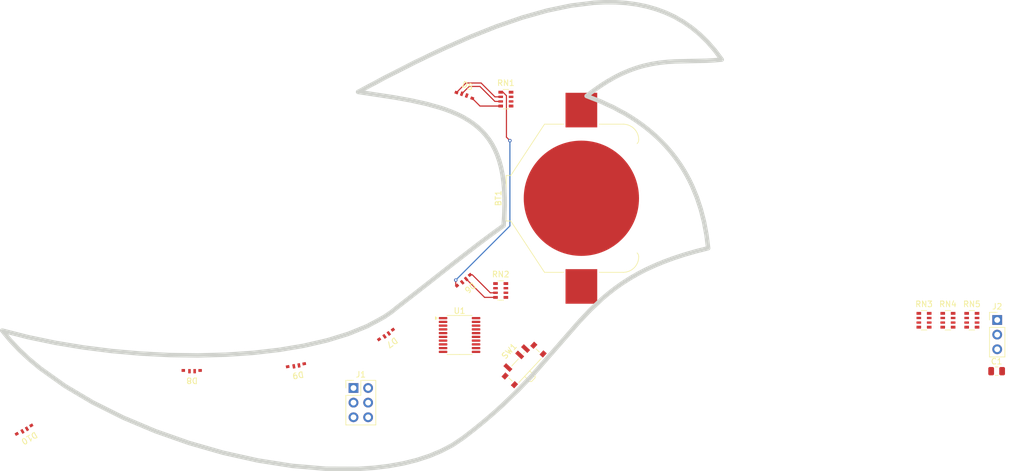
<source format=kicad_pcb>
(kicad_pcb (version 20240108) (generator "pcbnew") (generator_version "8.0")
  (layers (0 "F.Cu" signal) (31 "B.Cu" signal) (34 "B.Paste" user) (35 "F.Paste" user) (36 "B.SilkS" user "B.Silkscreen") (37 "F.SilkS" user "F.Silkscreen") (38 "B.Mask" user) (39 "F.Mask" user) (44 "Edge.Cuts" user))
  (net 0 "")
  (net 1 "Net-(BT1-+)")
  (net 2 "VSS")
  (net 3 "VCC")
  (net 4 "Net-(D5-G)")
  (net 5 "Net-(D5-B)")
  (net 6 "Net-(D5-R)")
  (net 7 "Net-(D6-R)")
  (net 8 "Net-(D6-B)")
  (net 9 "Net-(D6-G)")
  (net 10 "Net-(D7-B)")
  (net 11 "Net-(D7-G)")
  (net 12 "Net-(D7-R)")
  (net 13 "Net-(D8-B)")
  (net 14 "Net-(D8-R)")
  (net 15 "Net-(D8-G)")
  (net 16 "Net-(D9-R)")
  (net 17 "Net-(D9-G)")
  (net 19 "Net-(D9-B)")
  (net 20 "Net-(D10-G)")
  (net 21 "Net-(D10-R)")
  (net 22 "Net-(D10-B)")
  (net 28 "P")
  (net 29 "C")
  (net 30 "B")
  (net 31 "A")
  (net 32 "D")
  (net 33 "E")
  (net 34 "H")
  (net 35 "G")
  (net 36 "F")
  (net 37 "J")
  (net 38 "K")
  (net 39 "L")
  (net 40 "I")
  (net 41 "N")
  (net 42 "O")
  (net 43 "M")
  (net 48 "Q")
  (net 49 "R")
  (footprint "Cob:FM-3510RGBA" (layer "F.Cu") (at 76.222789 119.900241 -150)
    (property "Reference" "D10" (at -0.000001 -1.999998 -150) (layer "F.SilkS"))
    (property "Value" "APFA3010")
    (pad "1" smd rect (at 1.520001 -0.25 210) (size 0.6 0.5) (layers "F.Cu" "F.Paste" "F.Mask") (net 21 "Net-(D10-R)"))
    (pad "2" smd rect (at 0.45 -0.374999 210) (size 0.44 0.75) (layers "F.Cu" "F.Paste" "F.Mask"))
    (pad "3" smd rect (at -0.45 -0.374999 210) (size 0.44 0.75) (layers "F.Cu" "F.Paste" "F.Mask") (net 20 "Net-(D10-G)"))
    (pad "4" smd rect (at -1.400001 -0.250001 210) (size 0.6 0.5) (layers "F.Cu" "F.Paste" "F.Mask") (net 22 "Net-(D10-B)"))
  )
  (footprint "Cob:FM-3510RGBA" (layer "F.Cu") (at 152.55 62.375 -20)
    (property "Reference" "D5" (at 0 -2 -20) (layer "F.SilkS"))
    (property "Value" "APFA3010")
    (pad "1" smd rect (at 1.52 -0.25 340) (size 0.6 0.5) (layers "F.Cu" "F.Paste" "F.Mask") (net 6 "Net-(D5-R)"))
    (pad "2" smd rect (at 0.45 -0.374999 340) (size 0.44 0.75) (layers "F.Cu" "F.Paste" "F.Mask") (net 2 "VSS"))
    (pad "3" smd rect (at -0.45 -0.374999 340) (size 0.44 0.75) (layers "F.Cu" "F.Paste" "F.Mask") (net 4 "Net-(D5-G)"))
    (pad "4" smd rect (at -1.400001 -0.25 340) (size 0.6 0.5) (layers "F.Cu" "F.Paste" "F.Mask") (net 5 "Net-(D5-B)"))
  )
  (footprint "Connector_PinHeader_2.54mm:PinHeader_1x03_P2.54mm_Vertical" (layer "F.Cu") (at 245.15 101.12)
    (property "Reference" "J2" (at 0 -2.33 0) (layer "F.SilkS"))
    (property "Value" "Conn_01x03")
    (fp_line (start -1.33 -1.33) (end 0 -1.33) (stroke (width 0.12)) (layer "F.SilkS"))
    (fp_line (start -1.33 0) (end -1.33 -1.33) (stroke (width 0.12)) (layer "F.SilkS"))
    (fp_line (start -1.33 1.27) (end -1.33 6.41) (stroke (width 0.12)) (layer "F.SilkS"))
    (fp_line (start -1.33 1.27) (end 1.33 1.27) (stroke (width 0.12)) (layer "F.SilkS"))
    (fp_line (start -1.33 6.41) (end 1.33 6.41) (stroke (width 0.12)) (layer "F.SilkS"))
    (fp_line (start 1.33 1.27) (end 1.33 6.41) (stroke (width 0.12)) (layer "F.SilkS"))
    (pad "1" thru_hole rect (at 0 0) (size 1.7 1.7) (drill 1) (layers "*.Cu" "*.Mask") (net 3 "VCC"))
    (pad "2" thru_hole oval (at 0 2.54) (size 1.7 1.7) (drill 1) (layers "*.Cu" "*.Mask") (net 28 "P"))
    (pad "3" thru_hole oval (at 0 5.08) (size 1.7 1.7) (drill 1) (layers "*.Cu" "*.Mask") (net 2 "VSS"))
  )
  (footprint "Resistor_SMD:R_Array_Convex_4x0603" (layer "F.Cu") (at 232.45 101.17)
    (property "Reference" "RN3" (at 0 -2.8 0) (layer "F.SilkS"))
    (property "Value" "R_Pack04")
    (fp_line (start 0.5 -1.68) (end -0.5 -1.68) (stroke (width 0.12)) (layer "F.SilkS"))
    (fp_line (start 0.5 1.68) (end -0.5 1.68) (stroke (width 0.12)) (layer "F.SilkS"))
    (pad "1" smd rect (at -0.9 -1.2) (size 0.8 0.5) (layers "F.Cu" "F.Paste" "F.Mask") (net 39 "L"))
    (pad "2" smd rect (at -0.9 -0.4) (size 0.8 0.4) (layers "F.Cu" "F.Paste" "F.Mask") (net 38 "K"))
    (pad "3" smd rect (at -0.9 0.4) (size 0.8 0.4) (layers "F.Cu" "F.Paste" "F.Mask") (net 37 "J"))
    (pad "4" smd rect (at -0.9 1.2) (size 0.8 0.5) (layers "F.Cu" "F.Paste" "F.Mask") (net 40 "I"))
    (pad "5" smd rect (at 0.9 1.2) (size 0.8 0.5) (layers "F.Cu" "F.Paste" "F.Mask") (net 10 "Net-(D7-B)"))
    (pad "6" smd rect (at 0.9 0.4) (size 0.8 0.4) (layers "F.Cu" "F.Paste" "F.Mask") (net 14 "Net-(D8-R)"))
    (pad "7" smd rect (at 0.9 -0.4) (size 0.8 0.4) (layers "F.Cu" "F.Paste" "F.Mask") (net 15 "Net-(D8-G)"))
    (pad "8" smd rect (at 0.9 -1.2) (size 0.8 0.5) (layers "F.Cu" "F.Paste" "F.Mask") (net 13 "Net-(D8-B)"))
  )
  (footprint "Cob:FM-3510RGBA" (layer "F.Cu") (at 152.423479 94.001988 -140)
    (property "Reference" "D6" (at -0.000001 -1.999998 -140) (layer "F.SilkS"))
    (property "Value" "APFA3010")
    (pad "1" smd rect (at 1.520001 -0.25 220) (size 0.6 0.5) (layers "F.Cu" "F.Paste" "F.Mask") (net 7 "Net-(D6-R)"))
    (pad "2" smd rect (at 0.45 -0.375 220) (size 0.44 0.75) (layers "F.Cu" "F.Paste" "F.Mask") (net 2 "VSS"))
    (pad "3" smd rect (at -0.45 -0.375 220) (size 0.44 0.75) (layers "F.Cu" "F.Paste" "F.Mask") (net 9 "Net-(D6-G)"))
    (pad "4" smd rect (at -1.4 -0.250001 220) (size 0.6 0.5) (layers "F.Cu" "F.Paste" "F.Mask") (net 8 "Net-(D6-B)"))
  )
  (footprint "Cob:FM-3510RGBA" (layer "F.Cu") (at 139 103.4 -145)
    (property "Reference" "D7" (at 0 -1.999999 -145) (layer "F.SilkS"))
    (property "Value" "APFA3010")
    (pad "1" smd rect (at 1.52 -0.25 215) (size 0.6 0.5) (layers "F.Cu" "F.Paste" "F.Mask") (net 12 "Net-(D7-R)"))
    (pad "2" smd rect (at 0.45 -0.374998 215) (size 0.44 0.75) (layers "F.Cu" "F.Paste" "F.Mask") (net 2 "VSS"))
    (pad "3" smd rect (at -0.45 -0.374998 215) (size 0.44 0.75) (layers "F.Cu" "F.Paste" "F.Mask") (net 11 "Net-(D7-G)"))
    (pad "4" smd rect (at -1.4 -0.25 215) (size 0.6 0.5) (layers "F.Cu" "F.Paste" "F.Mask") (net 10 "Net-(D7-B)"))
  )
  (footprint "Resistor_SMD:R_Array_Convex_4x0603" (layer "F.Cu") (at 159 96)
    (property "Reference" "RN2" (at 0 -2.8 360) (layer "F.SilkS"))
    (property "Value" "R_Pack04")
    (fp_line (start 0.5 -1.68) (end -0.5 -1.68) (stroke (width 0.12)) (layer "F.SilkS"))
    (fp_line (start 0.5 1.68) (end -0.5 1.68) (stroke (width 0.12)) (layer "F.SilkS"))
    (pad "1" smd rect (at -0.9 -1.2) (size 0.8 0.5) (layers "F.Cu" "F.Paste" "F.Mask") (net 11 "Net-(D7-G)"))
    (pad "2" smd rect (at -0.9 -0.4) (size 0.8 0.4) (layers "F.Cu" "F.Paste" "F.Mask") (net 12 "Net-(D7-R)"))
    (pad "3" smd rect (at -0.9 0.4) (size 0.8 0.4) (layers "F.Cu" "F.Paste" "F.Mask") (net 8 "Net-(D6-B)"))
    (pad "4" smd rect (at -0.9 1.2) (size 0.8 0.5) (layers "F.Cu" "F.Paste" "F.Mask") (net 9 "Net-(D6-G)"))
    (pad "5" smd rect (at 0.9 1.2) (size 0.8 0.5) (layers "F.Cu" "F.Paste" "F.Mask") (net 33 "E"))
    (pad "6" smd rect (at 0.9 0.4) (size 0.8 0.4) (layers "F.Cu" "F.Paste" "F.Mask") (net 36 "F"))
    (pad "7" smd rect (at 0.9 -0.4) (size 0.8 0.4) (layers "F.Cu" "F.Paste" "F.Mask") (net 35 "G"))
    (pad "8" smd rect (at 0.9 -1.2) (size 0.8 0.5) (layers "F.Cu" "F.Paste" "F.Mask") (net 34 "H"))
  )
  (footprint "Battery:BatteryHolder_Keystone_3008_1x2450" (layer "F.Cu") (at 173 80 90)
    (property "Reference" "BT1" (at 0 -14.4 90) (layer "F.SilkS"))
    (property "Value" "Battery_Cell")
    (fp_line (start 3.95 -13.05) (end 3.95 -12.25) (stroke (width 0.12)) (layer "F.SilkS"))
    (fp_line (start -3.95 -13.05) (end 3.95 -13.05) (stroke (width 0.12)) (layer "F.SilkS"))
    (fp_line (start -3.95 -13.05) (end -3.95 -12.25) (stroke (width 0.12)) (layer "F.SilkS"))
    (fp_line (start 3.95 -12.25) (end 12.85 -6.4) (stroke (width 0.12)) (layer "F.SilkS"))
    (fp_line (start -3.95 -12.25) (end -12.85 -6.4) (stroke (width 0.12)) (layer "F.SilkS"))
    (fp_line (start 12.85 -6.4) (end 12.85 -3.1) (stroke (width 0.12)) (layer "F.SilkS"))
    (fp_line (start -12.85 -6.4) (end -12.85 -3.1) (stroke (width 0.12)) (layer "F.SilkS"))
    (fp_line (start 12.85 3.1) (end 12.85 7.3) (stroke (width 0.12)) (layer "F.SilkS"))
    (fp_line (start -12.85 3.1) (end -12.85 7.3) (stroke (width 0.12)) (layer "F.SilkS"))
    (fp_arc (start 12.85 7.25) (mid 12.059188 9.159188) (end 10.15 9.95) (stroke (width 0.12)) (layer "F.SilkS"))
    (fp_arc (start -9.478249 9.671751) (mid -9.786451 9.877685) (end -10.15 9.95) (stroke (width 0.12)) (layer "F.SilkS"))
    (fp_arc (start 10.15 9.95) (mid 9.786451 9.877686) (end 9.478249 9.671751) (stroke (width 0.12)) (layer "F.SilkS"))
    (fp_arc (start -10.15 9.95) (mid -12.059188 9.159188) (end -12.85 7.25) (stroke (width 0.12)) (layer "F.SilkS"))
    (pad "1" smd rect (at -15.3 0 90) (size 6 5.5) (layers "F.Cu" "F.Paste" "F.Mask") (net 1 "Net-(BT1-+)"))
    (pad "1" smd rect (at 15.3 0 90) (size 6 5.5) (layers "F.Cu" "F.Paste" "F.Mask") (net 1 "Net-(BT1-+)"))
    (pad "2" smd circle (at 0 0 90) (size 20 20) (layers "F.Cu" "F.Mask") (net 2 "VSS"))
  )
  (footprint "Connector_PinHeader_2.54mm:PinHeader_2x03_P2.54mm_Vertical" (layer "F.Cu") (at 133.46 112.92)
    (property "Reference" "J1" (at 1.27 -2.33 360) (layer "F.SilkS"))
    (property "Value" "Conn_02x03_Odd_Even")
    (fp_line (start -1.33 -1.33) (end 0 -1.33) (stroke (width 0.12)) (layer "F.SilkS"))
    (fp_line (start -1.33 0) (end -1.33 -1.33) (stroke (width 0.12)) (layer "F.SilkS"))
    (fp_line (start -1.33 1.27) (end -1.33 6.41) (stroke (width 0.12)) (layer "F.SilkS"))
    (fp_line (start -1.33 1.27) (end 1.27 1.27) (stroke (width 0.12)) (layer "F.SilkS"))
    (fp_line (start -1.33 6.41) (end 3.87 6.41) (stroke (width 0.12)) (layer "F.SilkS"))
    (fp_line (start 1.27 -1.33) (end 3.87 -1.33) (stroke (width 0.12)) (layer "F.SilkS"))
    (fp_line (start 1.27 1.27) (end 1.27 -1.33) (stroke (width 0.12)) (layer "F.SilkS"))
    (fp_line (start 3.87 -1.33) (end 3.87 6.41) (stroke (width 0.12)) (layer "F.SilkS"))
    (pad "1" thru_hole rect (at 0 0) (size 1.7 1.7) (drill 1) (layers "*.Cu" "*.Mask") (net 3 "VCC"))
    (pad "2" thru_hole oval (at 2.54 0) (size 1.7 1.7) (drill 1) (layers "*.Cu" "*.Mask") (net 2 "VSS"))
    (pad "3" thru_hole oval (at 0 2.54) (size 1.7 1.7) (drill 1) (layers "*.Cu" "*.Mask"))
    (pad "4" thru_hole oval (at 2.54 2.54) (size 1.7 1.7) (drill 1) (layers "*.Cu" "*.Mask"))
    (pad "5" thru_hole oval (at 0 5.08) (size 1.7 1.7) (drill 1) (layers "*.Cu" "*.Mask"))
    (pad "6" thru_hole oval (at 2.54 5.08) (size 1.7 1.7) (drill 1) (layers "*.Cu" "*.Mask"))
  )
  (footprint "Resistor_SMD:R_Array_Convex_4x0603" (layer "F.Cu") (at 240.75 101.17)
    (property "Reference" "RN5" (at 0 -2.8 0) (layer "F.SilkS"))
    (property "Value" "R_Pack04")
    (fp_line (start 0.5 -1.68) (end -0.5 -1.68) (stroke (width 0.12)) (layer "F.SilkS"))
    (fp_line (start 0.5 1.68) (end -0.5 1.68) (stroke (width 0.12)) (layer "F.SilkS"))
    (pad "1" smd rect (at -0.9 -1.2) (size 0.8 0.5) (layers "F.Cu" "F.Paste" "F.Mask"))
    (pad "2" smd rect (at -0.9 -0.4) (size 0.8 0.4) (layers "F.Cu" "F.Paste" "F.Mask"))
    (pad "3" smd rect (at -0.9 0.4) (size 0.8 0.4) (layers "F.Cu" "F.Paste" "F.Mask") (net 49 "R"))
    (pad "4" smd rect (at -0.9 1.2) (size 0.8 0.5) (layers "F.Cu" "F.Paste" "F.Mask") (net 48 "Q"))
    (pad "5" smd rect (at 0.9 1.2) (size 0.8 0.5) (layers "F.Cu" "F.Paste" "F.Mask") (net 20 "Net-(D10-G)"))
    (pad "6" smd rect (at 0.9 0.4) (size 0.8 0.4) (layers "F.Cu" "F.Paste" "F.Mask") (net 22 "Net-(D10-B)"))
    (pad "7" smd rect (at 0.9 -0.4) (size 0.8 0.4) (layers "F.Cu" "F.Paste" "F.Mask"))
    (pad "8" smd rect (at 0.9 -1.2) (size 0.8 0.5) (layers "F.Cu" "F.Paste" "F.Mask"))
  )
  (footprint "Resistor_SMD:R_Array_Convex_4x0603" (layer "F.Cu") (at 159.9 62.8)
    (property "Reference" "RN1" (at 0 -2.8 360) (layer "F.SilkS"))
    (property "Value" "R_Pack04")
    (fp_line (start 0.5 -1.68) (end -0.5 -1.68) (stroke (width 0.12)) (layer "F.SilkS"))
    (fp_line (start 0.5 1.68) (end -0.5 1.68) (stroke (width 0.12)) (layer "F.SilkS"))
    (pad "1" smd rect (at -0.9 -1.2) (size 0.8 0.5) (layers "F.Cu" "F.Paste" "F.Mask") (net 7 "Net-(D6-R)"))
    (pad "2" smd rect (at -0.9 -0.4) (size 0.8 0.4) (layers "F.Cu" "F.Paste" "F.Mask") (net 5 "Net-(D5-B)"))
    (pad "3" smd rect (at -0.9 0.4) (size 0.8 0.4) (layers "F.Cu" "F.Paste" "F.Mask") (net 4 "Net-(D5-G)"))
    (pad "4" smd rect (at -0.9 1.2) (size 0.8 0.5) (layers "F.Cu" "F.Paste" "F.Mask") (net 6 "Net-(D5-R)"))
    (pad "5" smd rect (at 0.9 1.2) (size 0.8 0.5) (layers "F.Cu" "F.Paste" "F.Mask") (net 31 "A"))
    (pad "6" smd rect (at 0.9 0.4) (size 0.8 0.4) (layers "F.Cu" "F.Paste" "F.Mask") (net 30 "B"))
    (pad "7" smd rect (at 0.9 -0.4) (size 0.8 0.4) (layers "F.Cu" "F.Paste" "F.Mask") (net 29 "C"))
    (pad "8" smd rect (at 0.9 -1.2) (size 0.8 0.5) (layers "F.Cu" "F.Paste" "F.Mask") (net 32 "D"))
  )
  (footprint "Capacitor_SMD:C_0805_2012Metric" (layer "F.Cu") (at 245.05 110)
    (property "Reference" "C1" (at 0 -1.68 0) (layer "F.SilkS"))
    (property "Value" "C_Small")
    (fp_line (start -0.261252 -0.735) (end 0.261252 -0.735) (stroke (width 0.12)) (layer "F.SilkS"))
    (fp_line (start -0.261252 0.735) (end 0.261252 0.735) (stroke (width 0.12)) (layer "F.SilkS"))
    (pad "1" smd roundrect (at -0.95 0) (size 1 1.45) (layers "F.Cu" "F.Paste" "F.Mask") (net 2 "VSS"))
    (pad "2" smd roundrect (at 0.95 0) (size 1 1.45) (layers "F.Cu" "F.Paste" "F.Mask") (net 3 "VCC"))
  )
  (footprint "Cob:FM-3510RGBA" (layer "F.Cu") (at 105.45 109.625 180)
    (property "Reference" "D8" (at 0 -2 180) (layer "F.SilkS"))
    (property "Value" "APFA3010")
    (pad "1" smd rect (at 1.52 -0.25 180) (size 0.6 0.5) (layers "F.Cu" "F.Paste" "F.Mask") (net 14 "Net-(D8-R)"))
    (pad "2" smd rect (at 0.45 -0.375 180) (size 0.44 0.75) (layers "F.Cu" "F.Paste" "F.Mask") (net 2 "VSS"))
    (pad "3" smd rect (at -0.45 -0.375 180) (size 0.44 0.75) (layers "F.Cu" "F.Paste" "F.Mask") (net 15 "Net-(D8-G)"))
    (pad "4" smd rect (at -1.4 -0.25 180) (size 0.6 0.5) (layers "F.Cu" "F.Paste" "F.Mask") (net 13 "Net-(D8-B)"))
  )
  (footprint "Button_Switch_SMD:SW_SPDT_PCM12" (layer "F.Cu") (at 162.827315 108.705995 47)
    (property "Reference" "SW1" (at 0 -3.2 47) (layer "F.SilkS"))
    (property "Value" "SW_SPDT")
    (fp_line (start -3.45 -0.07) (end -3.45 0.72) (stroke (width 0.12)) (layer "F.SilkS"))
    (fp_line (start -1.6 -1.120001) (end 0.099999 -1.12) (stroke (width 0.12)) (layer "F.SilkS"))
    (fp_line (start -2.85 1.729999) (end 2.85 1.73) (stroke (width 0.12)) (layer "F.SilkS"))
    (fp_line (start 1.399999 -1.12) (end 1.6 -1.12) (stroke (width 0.12)) (layer "F.SilkS"))
    (fp_line (start -1.4 1.73) (end -1.4 3.019999) (stroke (width 0.12)) (layer "F.SilkS"))
    (fp_line (start -1.4 3.019999) (end -1.2 3.23) (stroke (width 0.12)) (layer "F.SilkS"))
    (fp_line (start -1.2 3.23) (end -0.3 3.23) (stroke (width 0.12)) (layer "F.SilkS"))
    (fp_line (start -0.099999 3.02) (end -0.1 1.73) (stroke (width 0.12)) (layer "F.SilkS"))
    (fp_line (start -0.099999 3.02) (end -0.3 3.23) (stroke (width 0.12)) (layer "F.SilkS"))
    (fp_line (start 3.45 0.72) (end 3.450001 -0.07) (stroke (width 0.12)) (layer "F.SilkS"))
    (pad "" smd rect (at -3.65 -0.78 47) (size 1 0.8) (layers "F.Cu" "F.Paste" "F.Mask"))
    (pad "" smd rect (at -3.649999 1.43 47) (size 1 0.8) (layers "F.Cu" "F.Paste" "F.Mask"))
    (pad "" np_thru_hole circle (at -1.499999 0.330001 47) (size 0.9 0.9) (drill 0.9) (layers "*.Cu" "*.Mask"))
    (pad "" np_thru_hole circle (at 1.5 0.33 47) (size 0.9 0.9) (drill 0.9) (layers "*.Cu" "*.Mask"))
    (pad "" smd rect (at 3.65 -0.78 47) (size 1 0.8) (layers "F.Cu" "F.Paste" "F.Mask"))
    (pad "" smd rect (at 3.650001 1.43 47) (size 1 0.8) (layers "F.Cu" "F.Paste" "F.Mask"))
    (pad "1" smd rect (at -2.250001 -1.429999 47) (size 0.7 1.5) (layers "F.Cu" "F.Paste" "F.Mask") (net 3 "VCC"))
    (pad "2" smd rect (at 0.75 -1.430001 47) (size 0.7 1.5) (layers "F.Cu" "F.Paste" "F.Mask") (net 1 "Net-(BT1-+)"))
    (pad "3" smd rect (at 2.25 -1.429999 47) (size 0.7 1.5) (layers "F.Cu" "F.Paste" "F.Mask"))
  )
  (footprint "Cob:FM-3510RGBA" (layer "F.Cu") (at 123.491718 108.708839 -170)
    (property "Reference" "D9" (at 0 -1.999999 -170) (layer "F.SilkS"))
    (property "Value" "APFA3010")
    (pad "1" smd rect (at 1.52 -0.25 190) (size 0.6 0.5) (layers "F.Cu" "F.Paste" "F.Mask") (net 16 "Net-(D9-R)"))
    (pad "2" smd rect (at 0.449999 -0.374999 190) (size 0.44 0.75) (layers "F.Cu" "F.Paste" "F.Mask"))
    (pad "3" smd rect (at -0.45 -0.375 190) (size 0.44 0.75) (layers "F.Cu" "F.Paste" "F.Mask") (net 17 "Net-(D9-G)"))
    (pad "4" smd rect (at -1.4 -0.250001 190) (size 0.6 0.5) (layers "F.Cu" "F.Paste" "F.Mask") (net 19 "Net-(D9-B)"))
  )
  (footprint "Package_SO:TSSOP-20_4.4x6.5mm_P0.65mm" (layer "F.Cu") (at 151.8625 103.725)
    (property "Reference" "U1" (at 0 -4.2 0) (layer "F.SilkS"))
    (property "Value" "CH32V003FxPx")
    (fp_line (start 0 -3.385) (end -2.2 -3.385) (stroke (width 0.12)) (layer "F.SilkS"))
    (fp_line (start 0 -3.385) (end 2.2 -3.385) (stroke (width 0.12)) (layer "F.SilkS"))
    (fp_line (start 0 3.385) (end -2.2 3.385) (stroke (width 0.12)) (layer "F.SilkS"))
    (fp_line (start 0 3.385) (end 2.2 3.385) (stroke (width 0.12)) (layer "F.SilkS"))
    (fp_poly (pts (xy -3.86 -2.925) (xy -4.19 -3.165) (xy -4.19 -2.685) (xy -3.86 -2.925)) (stroke (width 0.12)) (fill solid) (layer "F.SilkS"))
    (pad "1" smd roundrect (at -2.8625 -2.925) (size 1.475 0.4) (layers "F.Cu" "F.Paste" "F.Mask") (net 31 "A"))
    (pad "2" smd roundrect (at -2.8625 -2.275) (size 1.475 0.4) (layers "F.Cu" "F.Paste" "F.Mask") (net 30 "B"))
    (pad "3" smd roundrect (at -2.8625 -1.625) (size 1.475 0.4) (layers "F.Cu" "F.Paste" "F.Mask") (net 29 "C"))
    (pad "4" smd roundrect (at -2.8625 -0.975) (size 1.475 0.4) (layers "F.Cu" "F.Paste" "F.Mask") (net 32 "D"))
    (pad "5" smd roundrect (at -2.8625 -0.325) (size 1.475 0.4) (layers "F.Cu" "F.Paste" "F.Mask") (net 33 "E"))
    (pad "6" smd roundrect (at -2.8625 0.325) (size 1.475 0.4) (layers "F.Cu" "F.Paste" "F.Mask") (net 36 "F"))
    (pad "7" smd roundrect (at -2.8625 0.975) (size 1.475 0.4) (layers "F.Cu" "F.Paste" "F.Mask") (net 2 "VSS"))
    (pad "8" smd roundrect (at -2.8625 1.625) (size 1.475 0.4) (layers "F.Cu" "F.Paste" "F.Mask") (net 35 "G"))
    (pad "9" smd roundrect (at -2.8625 2.275) (size 1.475 0.4) (layers "F.Cu" "F.Paste" "F.Mask") (net 3 "VCC"))
    (pad "10" smd roundrect (at -2.8625 2.925) (size 1.475 0.4) (layers "F.Cu" "F.Paste" "F.Mask") (net 34 "H"))
    (pad "11" smd roundrect (at 2.8625 2.925) (size 1.475 0.4) (layers "F.Cu" "F.Paste" "F.Mask") (net 40 "I"))
    (pad "12" smd roundrect (at 2.8625 2.275) (size 1.475 0.4) (layers "F.Cu" "F.Paste" "F.Mask") (net 37 "J"))
    (pad "13" smd roundrect (at 2.8625 1.625) (size 1.475 0.4) (layers "F.Cu" "F.Paste" "F.Mask") (net 38 "K"))
    (pad "14" smd roundrect (at 2.8625 0.975) (size 1.475 0.4) (layers "F.Cu" "F.Paste" "F.Mask") (net 39 "L"))
    (pad "15" smd roundrect (at 2.8625 0.325) (size 1.475 0.4) (layers "F.Cu" "F.Paste" "F.Mask") (net 43 "M"))
    (pad "16" smd roundrect (at 2.8625 -0.325) (size 1.475 0.4) (layers "F.Cu" "F.Paste" "F.Mask") (net 41 "N"))
    (pad "17" smd roundrect (at 2.8625 -0.975) (size 1.475 0.4) (layers "F.Cu" "F.Paste" "F.Mask") (net 42 "O"))
    (pad "18" smd roundrect (at 2.8625 -1.625) (size 1.475 0.4) (layers "F.Cu" "F.Paste" "F.Mask") (net 28 "P"))
    (pad "19" smd roundrect (at 2.8625 -2.275) (size 1.475 0.4) (layers "F.Cu" "F.Paste" "F.Mask") (net 48 "Q"))
    (pad "20" smd roundrect (at 2.8625 -2.925) (size 1.475 0.4) (layers "F.Cu" "F.Paste" "F.Mask") (net 49 "R"))
  )
  (footprint "Resistor_SMD:R_Array_Convex_4x0603" (layer "F.Cu") (at 236.6 101.17)
    (property "Reference" "RN4" (at 0 -2.8 0) (layer "F.SilkS"))
    (property "Value" "R_Pack04")
    (fp_line (start 0.5 -1.68) (end -0.5 -1.68) (stroke (width 0.12)) (layer "F.SilkS"))
    (fp_line (start 0.5 1.68) (end -0.5 1.68) (stroke (width 0.12)) (layer "F.SilkS"))
    (pad "1" smd rect (at -0.9 -1.2) (size 0.8 0.5) (layers "F.Cu" "F.Paste" "F.Mask") (net 28 "P"))
    (pad "2" smd rect (at -0.9 -0.4) (size 0.8 0.4) (layers "F.Cu" "F.Paste" "F.Mask") (net 42 "O"))
    (pad "3" smd rect (at -0.9 0.4) (size 0.8 0.4) (layers "F.Cu" "F.Paste" "F.Mask") (net 41 "N"))
    (pad "4" smd rect (at -0.9 1.2) (size 0.8 0.5) (layers "F.Cu" "F.Paste" "F.Mask") (net 43 "M"))
    (pad "5" smd rect (at 0.9 1.2) (size 0.8 0.5) (layers "F.Cu" "F.Paste" "F.Mask") (net 16 "Net-(D9-R)"))
    (pad "6" smd rect (at 0.9 0.4) (size 0.8 0.4) (layers "F.Cu" "F.Paste" "F.Mask") (net 17 "Net-(D9-G)"))
    (pad "7" smd rect (at 0.9 -0.4) (size 0.8 0.4) (layers "F.Cu" "F.Paste" "F.Mask") (net 19 "Net-(D9-B)"))
    (pad "8" smd rect (at 0.9 -1.2) (size 0.8 0.5) (layers "F.Cu" "F.Paste" "F.Mask") (net 21 "Net-(D10-R)"))
  )
  (gr_poly (pts (xy 179 46) (xy 180.835357 46.124986) (xy 182.620507 46.364716) (xy 184.353824 46.723118) (xy 186.033681 47.204118) (xy 187.658451 47.811643) (xy 189.226508 48.54962) (xy 190.736226 49.421977) (xy 192.185977 50.432639) (xy 193.574136 51.585533) (xy 194.899075 52.884588) (xy 196.159169 54.333729) (xy 197.35279 55.936883) (xy 195.983362 56.06788) (xy 194.635044 56.141052) (xy 191.972632 56.19365) (xy 189.307341 56.254135) (xy 187.955424 56.337167) (xy 186.580957 56.481968) (xy 185.176663 56.708472) (xy 183.735266 57.036609) (xy 182.99838 57.24502) (xy 182.249489 57.486314) (xy 181.487684 57.762982) (xy 180.712054 58.077517) (xy 179.921692 58.43241) (xy 179.115687 58.830153) (xy 178.293129 59.273236) (xy 177.453109 59.764152) (xy 176.594717 60.305393) (xy 175.717043 60.899449) (xy 174.819179 61.548812) (xy 173.900215 62.255974) (xy 176.302281 63.190953) (xy 178.551783 64.225239) (xy 180.650462 65.358) (xy 181.643785 65.961048) (xy 182.600055 66.588401) (xy 183.519488 67.239956) (xy 184.402303 67.915608) (xy 185.248716 68.615253) (xy 186.058944 69.338786) (xy 186.833206 70.086104) (xy 187.571719 70.857102) (xy 188.274699 71.651676) (xy 188.942365 72.469721) (xy 189.574934 73.311134) (xy 190.172623 74.17581) (xy 190.73565 75.063644) (xy 191.264232 75.974533) (xy 191.758587 76.908372) (xy 192.218932 77.865057) (xy 193.038461 79.846547) (xy 193.724558 81.91817) (xy 194.278964 84.07909) (xy 194.703417 86.328475) (xy 194.999656 88.66549) (xy 192.856416 89.207238) (xy 190.854405 89.783977) (xy 188.984754 90.395349) (xy 187.238591 91.041) (xy 185.607046 91.720573) (xy 184.081248 92.433714) (xy 182.652327 93.180065) (xy 181.311413 93.959272) (xy 180.049634 94.770979) (xy 178.85812 95.614829) (xy 177.728 96.490468) (xy 176.650404 97.397539) (xy 174.617301 99.304556) (xy 172.687847 101.333035) (xy 164.587213 110.604646) (xy 162.111526 113.197744) (xy 159.3137 115.895228) (xy 157.771807 117.282226) (xy 156.122768 118.694253) (xy 154.357711 120.130954) (xy 152.467765 121.591973) (xy 152.467765 121.591958) (xy 150.693508 122.782894) (xy 148.753331 123.816286) (xy 146.659151 124.696449) (xy 144.422889 125.427695) (xy 142.056463 126.014337) (xy 139.571792 126.460689) (xy 136.980794 126.771064) (xy 134.295388 126.949775) (xy 128.689027 126.929458) (xy 122.84806 126.434246) (xy 116.867837 125.498643) (xy 110.843708 124.157157) (xy 104.871022 122.444292) (xy 99.04513 120.394555) (xy 93.461381 118.042452) (xy 88.215126 115.422489) (xy 83.401716 112.569171) (xy 79.116499 109.517006) (xy 77.20176 107.927139) (xy 75.454826 106.300499) (xy 73.887615 104.6414) (xy 72.512046 102.954156) (xy 77.029276 104.105725) (xy 81.737578 105.084121) (xy 86.589497 105.886217) (xy 91.537581 106.508886) (xy 96.534375 106.949003) (xy 101.532426 107.203442) (xy 106.48428 107.269077) (xy 111.342484 107.142781) (xy 116.059584 106.821429) (xy 120.588127 106.301895) (xy 124.880659 105.581052) (xy 128.889727 104.655775) (xy 132.567876 103.522937) (xy 135.867654 102.179413) (xy 138.741607 100.622077) (xy 140.004069 99.762252) (xy 141.14228 98.847802) (xy 146.055032 95.028197) (xy 150.713436 91.36653) (xy 155.176975 87.919128) (xy 157.35426 86.293379) (xy 159.505134 84.742318) (xy 159.619602 83.025204) (xy 159.674557 81.404878) (xy 159.670122 79.878061) (xy 159.606419 78.441478) (xy 159.483569 77.091852) (xy 159.301694 75.825907) (xy 159.060916 74.640365) (xy 158.761357 73.531951) (xy 158.403139 72.497388) (xy 157.986383 71.533399) (xy 157.511211 70.636707) (xy 156.977745 69.804038) (xy 156.386107 69.032113) (xy 155.736418 68.317656) (xy 155.028801 67.657391) (xy 154.263378 67.048041) (xy 153.440269 66.48633) (xy 152.559597 65.968981) (xy 151.621484 65.492717) (xy 150.626052 65.054263) (xy 149.573421 64.650341) (xy 148.463715 64.277675) (xy 146.073563 63.613006) (xy 143.456568 63.034042) (xy 140.613707 62.514572) (xy 134.25428 61.549264) (xy 139.232447 58.894945) (xy 144.133404 56.401163) (xy 148.944137 54.099332) (xy 153.651636 52.020867) (xy 158.242887 50.197183) (xy 162.704879 48.659695) (xy 167.024598 47.439817) (xy 171.189033 46.568965) (xy 175.185171 46.078555) (xy 177.116062 45.985832)) (stroke (width 0.772) (color 255 0 0 1)) (fill none) (layer "Edge.Cuts"))
  (segment (start 158 63.2) (end 155.4 60.6) (width 0.2) (layer "F.Cu") (net 4))
  (segment (start 159 63.2) (end 158 63.2) (width 0.2) (layer "F.Cu") (net 4))
  (segment (start 155.4 60.6) (end 153.524103 60.6) (width 0.2) (layer "F.Cu") (net 4))
  (segment (start 153.524103 60.6) (end 152.255396 61.868707) (width 0.2) (layer "F.Cu") (net 4))
  (segment (start 159 62.4) (end 158 62.4) (width 0.2) (layer "F.Cu") (net 5))
  (segment (start 152.981183 60) (end 151.319935 61.661248) (width 0.2) (layer "F.Cu") (net 5))
  (segment (start 158 62.4) (end 155.6 60) (width 0.2) (layer "F.Cu") (net 5))
  (segment (start 155.6 60) (end 152.981183 60) (width 0.2) (layer "F.Cu") (net 5))
  (segment (start 159 64) (end 155.403891 64) (width 0.2) (layer "F.Cu") (net 6))
  (segment (start 155.403891 64) (end 154.063838 62.659947) (width 0.2) (layer "F.Cu") (net 6))
  (segment (start 159 61.6) (end 159.4 61.6) (width 0.2) (layer "F.Cu") (net 7))
  (segment (start 159.4 61.6) (end 160 62.2) (width 0.2) (layer "F.Cu") (net 7))
  (segment (start 151.2 94.2) (end 151.2 94.950749) (width 0.2) (layer "F.Cu") (net 7))
  (segment (start 160 69.4) (end 160.6 70) (width 0.2) (layer "F.Cu") (net 7))
  (segment (start 151.2 94.950749) (end 151.419788 95.170537) (width 0.2) (layer "F.Cu") (net 7))
  (segment (start 160 62.2) (end 160 69.4) (width 0.2) (layer "F.Cu") (net 7))
  (via (at 160.6 70) (size 0.6) (drill 0.3) (layers "F.Cu" "B.Cu") (net 7))
  (via (at 151.2 94.2) (size 0.6) (drill 0.3) (layers "F.Cu" "B.Cu") (net 7))
  (segment (start 160.6 84.8) (end 151.2 94.2) (width 0.2) (layer "B.Cu") (net 7))
  (segment (start 160.6 70) (end 160.6 84.8) (width 0.2) (layer "B.Cu") (net 7))
  (segment (start 154.093597 93.293597) (end 153.656639 93.293597) (width 0.2) (layer "F.Cu") (net 8))
  (segment (start 157.2 96.4) (end 154.093597 93.293597) (width 0.2) (layer "F.Cu") (net 8))
  (segment (start 158.1 96.4) (end 157.2 96.4) (width 0.2) (layer "F.Cu") (net 8))
  (segment (start 158.1 97.2) (end 156.209244 97.2) (width 0.2) (layer "F.Cu") (net 9))
  (segment (start 156.209244 97.2) (end 153.009244 94) (width 0.2) (layer "F.Cu") (net 9))
)
</source>
